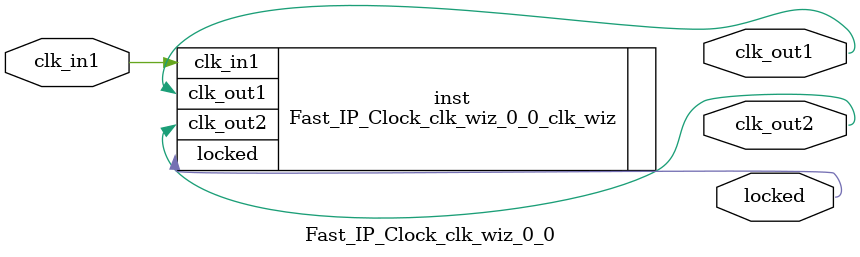
<source format=v>


`timescale 1ps/1ps

(* CORE_GENERATION_INFO = "Fast_IP_Clock_clk_wiz_0_0,clk_wiz_v6_0_2_0_0,{component_name=Fast_IP_Clock_clk_wiz_0_0,use_phase_alignment=true,use_min_o_jitter=false,use_max_i_jitter=false,use_dyn_phase_shift=false,use_inclk_switchover=false,use_dyn_reconfig=false,enable_axi=0,feedback_source=FDBK_AUTO,PRIMITIVE=MMCM,num_out_clk=2,clkin1_period=10.000,clkin2_period=10.000,use_power_down=false,use_reset=false,use_locked=true,use_inclk_stopped=false,feedback_type=SINGLE,CLOCK_MGR_TYPE=NA,manual_override=false}" *)

module Fast_IP_Clock_clk_wiz_0_0 
 (
  // Clock out ports
  output        clk_out1,
  output        clk_out2,
  // Status and control signals
  output        locked,
 // Clock in ports
  input         clk_in1
 );

  Fast_IP_Clock_clk_wiz_0_0_clk_wiz inst
  (
  // Clock out ports  
  .clk_out1(clk_out1),
  .clk_out2(clk_out2),
  // Status and control signals               
  .locked(locked),
 // Clock in ports
  .clk_in1(clk_in1)
  );

endmodule

</source>
